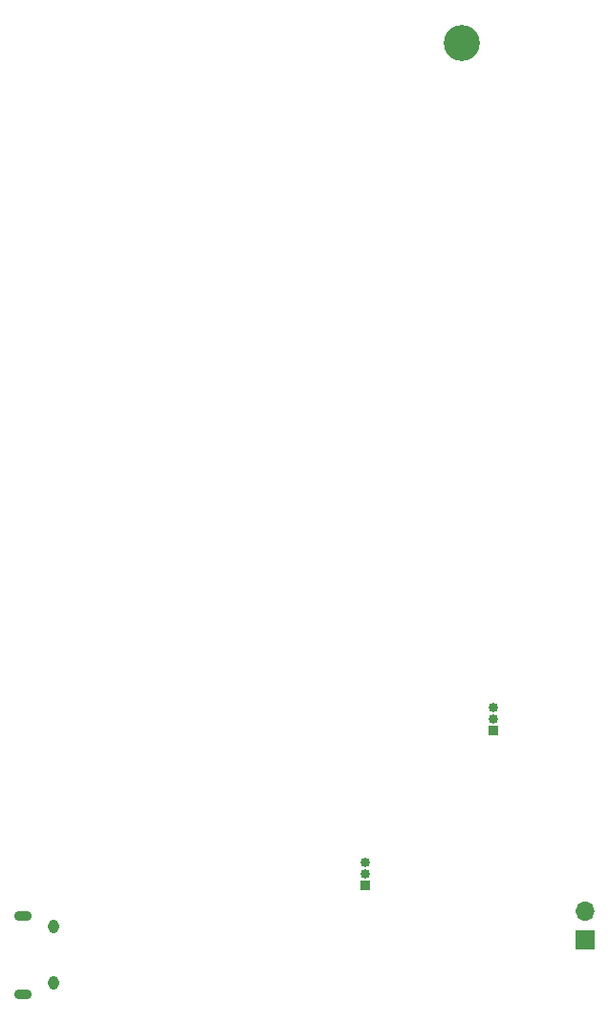
<source format=gbr>
%TF.GenerationSoftware,KiCad,Pcbnew,(6.0.8)*%
%TF.CreationDate,2022-12-11T00:01:36-05:00*%
%TF.ProjectId,Christmas Ornament 2022,43687269-7374-46d6-9173-204f726e616d,rev?*%
%TF.SameCoordinates,Original*%
%TF.FileFunction,Soldermask,Bot*%
%TF.FilePolarity,Negative*%
%FSLAX46Y46*%
G04 Gerber Fmt 4.6, Leading zero omitted, Abs format (unit mm)*
G04 Created by KiCad (PCBNEW (6.0.8)) date 2022-12-11 00:01:36*
%MOMM*%
%LPD*%
G01*
G04 APERTURE LIST*
%ADD10R,0.850000X0.850000*%
%ADD11O,0.850000X0.850000*%
%ADD12O,1.700000X1.700000*%
%ADD13R,1.700000X1.700000*%
%ADD14O,1.550000X0.890000*%
%ADD15O,0.950000X1.250000*%
%ADD16C,3.200000*%
G04 APERTURE END LIST*
D10*
%TO.C,J4*%
X166300000Y-114900000D03*
D11*
X166300000Y-113900000D03*
X166300000Y-112900000D03*
%TD*%
D10*
%TO.C,J2*%
X155000000Y-128600000D03*
D11*
X155000000Y-127600000D03*
X155000000Y-126600000D03*
%TD*%
D12*
%TO.C,J3*%
X174400000Y-130935000D03*
D13*
X174400000Y-133475000D03*
%TD*%
D14*
%TO.C,J1*%
X124685000Y-131300000D03*
D15*
X127385000Y-132300000D03*
D14*
X124685000Y-138300000D03*
D15*
X127385000Y-137300000D03*
%TD*%
D16*
%TO.C,H1*%
X163500000Y-54000000D03*
%TD*%
M02*

</source>
